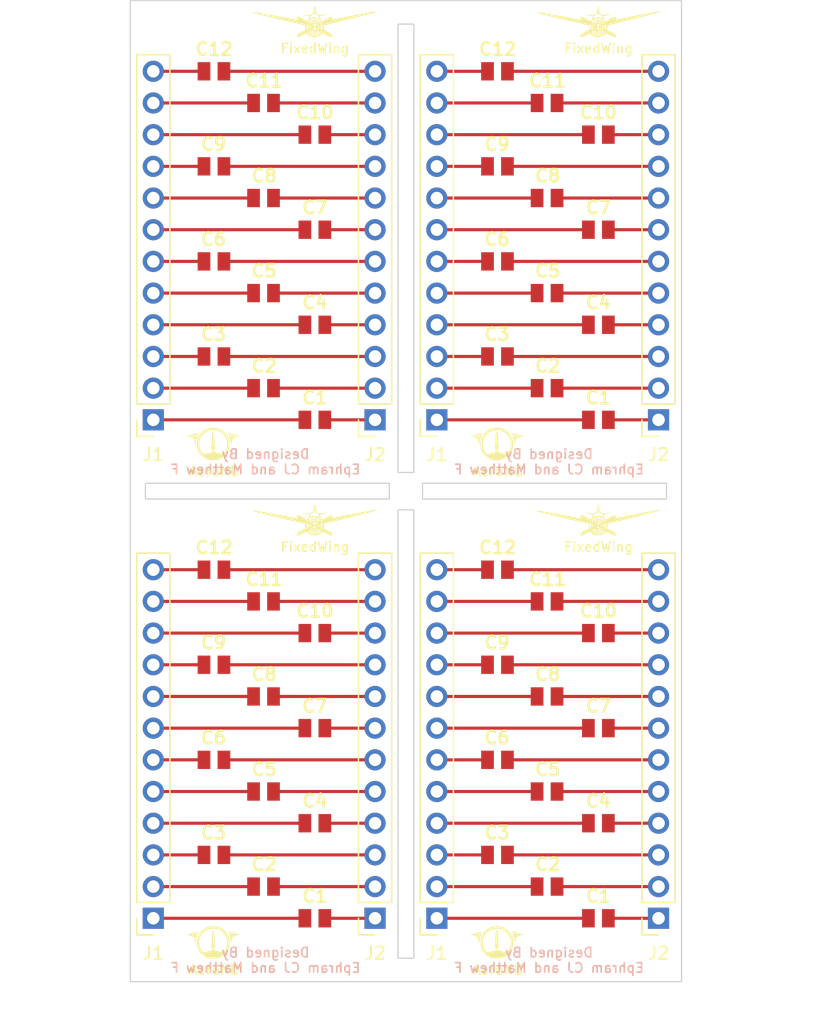
<source format=kicad_pcb>
(kicad_pcb (version 20221018) (generator pcbnew)
  (layers (0 "F.Cu" signal) (31 "B.Cu" signal) (34 "B.Paste" user) (35 "F.Paste" user) (36 "B.SilkS" user "B.Silkscreen") (37 "F.SilkS" user "F.Silkscreen") (38 "B.Mask" user) (39 "F.Mask" user) (44 "Edge.Cuts" user))
  (net 0 "")
  (net 1 "Net-(J1-Pin_1)")
  (net 2 "Net-(J2-Pin_1)")
  (net 3 "Net-(J1-Pin_2)")
  (net 4 "Net-(J2-Pin_2)")
  (net 5 "Net-(J1-Pin_3)")
  (net 6 "Net-(J2-Pin_3)")
  (net 7 "Net-(J1-Pin_4)")
  (net 8 "Net-(J2-Pin_4)")
  (net 9 "Net-(J1-Pin_5)")
  (net 10 "Net-(J2-Pin_5)")
  (net 11 "Net-(J1-Pin_6)")
  (net 12 "Net-(J2-Pin_6)")
  (net 13 "Net-(J1-Pin_7)")
  (net 14 "Net-(J2-Pin_7)")
  (net 15 "Net-(J1-Pin_8)")
  (net 16 "Net-(J2-Pin_8)")
  (net 17 "Net-(J1-Pin_9)")
  (net 18 "Net-(J2-Pin_9)")
  (net 19 "Net-(J1-Pin_10)")
  (net 20 "Net-(J2-Pin_10)")
  (net 21 "Net-(J1-Pin_11)")
  (net 22 "Net-(J2-Pin_11)")
  (net 23 "Net-(J1-Pin_12)")
  (net 24 "Net-(J2-Pin_12)")
  (footprint "FixedWing:CAPC2012X95N" (layer "F.Cu") (at 183.9722 86.36)
    (fp_text reference "C8" (at 0.0508 -1.778) (layer "F.SilkS") (effects (font (size 1.016 1.016) (thickness 0.2032) bold)))
    (fp_text value "10nF" hide)
    (pad "1" smd rect (at -0.8 0) (size 1.02 1.47) (layers "F.Cu" "F.Paste" "F.Mask") (net 15 "Net-(J1-Pin_8)"))
    (pad "2" smd rect (at 0.8 0) (size 1.02 1.47) (layers "F.Cu" "F.Paste" "F.Mask") (net 16 "Net-(J2-Pin_8)"))
  )
  (footprint "FixedWing:CAPC2012X95N" (layer "F.Cu") (at 183.9722 101.6)
    (fp_text reference "C2" (at 0.0508 -1.778) (layer "F.SilkS") (effects (font (size 1.016 1.016) (thickness 0.2032) bold)))
    (fp_text value "10nF" hide)
    (pad "1" smd rect (at -0.8 0) (size 1.02 1.47) (layers "F.Cu" "F.Paste" "F.Mask") (net 3 "Net-(J1-Pin_2)"))
    (pad "2" smd rect (at 0.8 0) (size 1.02 1.47) (layers "F.Cu" "F.Paste" "F.Mask") (net 4 "Net-(J2-Pin_2)"))
  )
  (footprint "FixedWing:CAPC2012X95N" (layer "F.Cu") (at 179.997 91.44)
    (fp_text reference "C6" (at -0.038 -1.778) (layer "F.SilkS") (effects (font (size 1.016 1.016) (thickness 0.2032) bold)))
    (fp_text value "10nF" hide)
    (pad "1" smd rect (at -0.8 0) (size 1.02 1.47) (layers "F.Cu" "F.Paste" "F.Mask") (net 11 "Net-(J1-Pin_6)"))
    (pad "2" smd rect (at 0.8 0) (size 1.02 1.47) (layers "F.Cu" "F.Paste" "F.Mask") (net 12 "Net-(J2-Pin_6)"))
  )
  (footprint "FixedWing:CAPC2012X95N" (layer "F.Cu") (at 179.997 116.1542)
    (fp_text reference "C12" (at 0.0128 -1.778) (layer "F.SilkS") (effects (font (size 1.016 1.016) (thickness 0.2032) bold)))
    (fp_text value "10nF" hide)
    (pad "1" smd rect (at -0.8 0) (size 1.02 1.47) (layers "F.Cu" "F.Paste" "F.Mask") (net 23 "Net-(J1-Pin_12)"))
    (pad "2" smd rect (at 0.8 0) (size 1.02 1.47) (layers "F.Cu" "F.Paste" "F.Mask") (net 24 "Net-(J2-Pin_12)"))
  )
  (footprint "FixedWing:CAPC2012X95N" (layer "F.Cu") (at 161.2392 86.36)
    (fp_text reference "C8" (at 0.0508 -1.778) (layer "F.SilkS") (effects (font (size 1.016 1.016) (thickness 0.2032) bold)))
    (fp_text value "10nF" hide)
    (pad "1" smd rect (at -0.8 0) (size 1.02 1.47) (layers "F.Cu" "F.Paste" "F.Mask") (net 15 "Net-(J1-Pin_8)"))
    (pad "2" smd rect (at 0.8 0) (size 1.02 1.47) (layers "F.Cu" "F.Paste" "F.Mask") (net 16 "Net-(J2-Pin_8)"))
  )
  (footprint "FixedWing:FixedWing - Logo (Smol)" (layer "F.Cu") (at 188.087 72.644)
    (fp_text reference "FixedWing" (at 0.004963 1.722249) (layer "F.SilkS") (effects (font (size 0.75 0.75) (thickness 0.125))))
    (fp_text value "LOGO" hide)
  )
  (footprint "Connector_PinSocket_2.54mm:PinSocket_1x12_P2.54mm_Vertical" (layer "F.Cu") (at 175.133 104.14 180)
    (fp_text reference "J1" (at 0 -2.794) (layer "F.SilkS"))
    (fp_text value "Conn_01x12")
    (pad "1" thru_hole rect (at 0 0 180) (size 1.7 1.7) (drill 1) (layers "*.Cu" "*.Mask") (net 1 "Net-(J1-Pin_1)"))
    (pad "2" thru_hole oval (at 0 2.54 180) (size 1.7 1.7) (drill 1) (layers "*.Cu" "*.Mask") (net 3 "Net-(J1-Pin_2)"))
    (pad "3" thru_hole oval (at 0 5.08 180) (size 1.7 1.7) (drill 1) (layers "*.Cu" "*.Mask") (net 5 "Net-(J1-Pin_3)"))
    (pad "4" thru_hole oval (at 0 7.62 180) (size 1.7 1.7) (drill 1) (layers "*.Cu" "*.Mask") (net 7 "Net-(J1-Pin_4)"))
    (pad "5" thru_hole oval (at 0 10.16 180) (size 1.7 1.7) (drill 1) (layers "*.Cu" "*.Mask") (net 9 "Net-(J1-Pin_5)"))
    (pad "6" thru_hole oval (at 0 12.7 180) (size 1.7 1.7) (drill 1) (layers "*.Cu" "*.Mask") (net 11 "Net-(J1-Pin_6)"))
    (pad "7" thru_hole oval (at 0 15.24 180) (size 1.7 1.7) (drill 1) (layers "*.Cu" "*.Mask") (net 13 "Net-(J1-Pin_7)"))
    (pad "8" thru_hole oval (at 0 17.78 180) (size 1.7 1.7) (drill 1) (layers "*.Cu" "*.Mask") (net 15 "Net-(J1-Pin_8)"))
    (pad "9" thru_hole oval (at 0 20.32 180) (size 1.7 1.7) (drill 1) (layers "*.Cu" "*.Mask") (net 17 "Net-(J1-Pin_9)"))
    (pad "10" thru_hole oval (at 0 22.86 180) (size 1.7 1.7) (drill 1) (layers "*.Cu" "*.Mask") (net 19 "Net-(J1-Pin_10)"))
    (pad "11" thru_hole oval (at 0 25.4 180) (size 1.7 1.7) (drill 1) (layers "*.Cu" "*.Mask") (net 21 "Net-(J1-Pin_11)"))
    (pad "12" thru_hole oval (at 0 27.94 180) (size 1.7 1.7) (drill 1) (layers "*.Cu" "*.Mask") (net 23 "Net-(J1-Pin_12)"))
  )
  (footprint "FixedWing:CAPC2012X95N" (layer "F.Cu") (at 188.087 128.8542)
    (fp_text reference "C7" (at 0 -1.778) (layer "F.SilkS") (effects (font (size 1.016 1.016) (thickness 0.2032) bold)))
    (fp_text value "10nF" hide)
    (pad "1" smd rect (at -0.8 0) (size 1.02 1.47) (layers "F.Cu" "F.Paste" "F.Mask") (net 13 "Net-(J1-Pin_7)"))
    (pad "2" smd rect (at 0.8 0) (size 1.02 1.47) (layers "F.Cu" "F.Paste" "F.Mask") (net 14 "Net-(J2-Pin_7)"))
  )
  (footprint "FixedWing:CAPC2012X95N" (layer "F.Cu") (at 188.087 88.9)
    (fp_text reference "C7" (at 0 -1.778) (layer "F.SilkS") (effects (font (size 1.016 1.016) (thickness 0.2032) bold)))
    (fp_text value "10nF" hide)
    (pad "1" smd rect (at -0.8 0) (size 1.02 1.47) (layers "F.Cu" "F.Paste" "F.Mask") (net 13 "Net-(J1-Pin_7)"))
    (pad "2" smd rect (at 0.8 0) (size 1.02 1.47) (layers "F.Cu" "F.Paste" "F.Mask") (net 14 "Net-(J2-Pin_7)"))
  )
  (footprint "FixedWing:CAPC2012X95N" (layer "F.Cu") (at 188.087 144.0942)
    (fp_text reference "C1" (at 0 -1.778) (layer "F.SilkS") (effects (font (size 1.016 1.016) (thickness 0.2032) bold)))
    (fp_text value "10nF" hide)
    (pad "1" smd rect (at -0.8 0) (size 1.02 1.47) (layers "F.Cu" "F.Paste" "F.Mask") (net 1 "Net-(J1-Pin_1)"))
    (pad "2" smd rect (at 0.8 0) (size 1.02 1.47) (layers "F.Cu" "F.Paste" "F.Mask") (net 2 "Net-(J2-Pin_1)"))
  )
  (footprint "FixedWing:CAPC2012X95N" (layer "F.Cu") (at 161.2392 78.74)
    (fp_text reference "C11" (at 0.0508 -1.778) (layer "F.SilkS") (effects (font (size 1.016 1.016) (thickness 0.2032) bold)))
    (fp_text value "10nF" hide)
    (pad "1" smd rect (at -0.8 0) (size 1.02 1.47) (layers "F.Cu" "F.Paste" "F.Mask") (net 21 "Net-(J1-Pin_11)"))
    (pad "2" smd rect (at 0.8 0) (size 1.02 1.47) (layers "F.Cu" "F.Paste" "F.Mask") (net 22 "Net-(J2-Pin_11)"))
  )
  (footprint "FixedWing:CAPC2012X95N" (layer "F.Cu") (at 179.997 83.82)
    (fp_text reference "C9" (at -0.038 -1.778) (layer "F.SilkS") (effects (font (size 1.016 1.016) (thickness 0.2032) bold)))
    (fp_text value "10nF" hide)
    (pad "1" smd rect (at -0.8 0) (size 1.02 1.47) (layers "F.Cu" "F.Paste" "F.Mask") (net 17 "Net-(J1-Pin_9)"))
    (pad "2" smd rect (at 0.8 0) (size 1.02 1.47) (layers "F.Cu" "F.Paste" "F.Mask") (net 18 "Net-(J2-Pin_9)"))
  )
  (footprint "FixedWing:CAPC2012X95N" (layer "F.Cu") (at 183.9722 141.5542)
    (fp_text reference "C2" (at 0.0508 -1.778) (layer "F.SilkS") (effects (font (size 1.016 1.016) (thickness 0.2032) bold)))
    (fp_text value "10nF" hide)
    (pad "1" smd rect (at -0.8 0) (size 1.02 1.47) (layers "F.Cu" "F.Paste" "F.Mask") (net 3 "Net-(J1-Pin_2)"))
    (pad "2" smd rect (at 0.8 0) (size 1.02 1.47) (layers "F.Cu" "F.Paste" "F.Mask") (net 4 "Net-(J2-Pin_2)"))
  )
  (footprint "FixedWing:CAPC2012X95N" (layer "F.Cu") (at 179.997 99.06)
    (fp_text reference "C3" (at -0.038 -1.778) (layer "F.SilkS") (effects (font (size 1.016 1.016) (thickness 0.2032) bold)))
    (fp_text value "10nF" hide)
    (pad "1" smd rect (at -0.8 0) (size 1.02 1.47) (layers "F.Cu" "F.Paste" "F.Mask") (net 5 "Net-(J1-Pin_3)"))
    (pad "2" smd rect (at 0.8 0) (size 1.02 1.47) (layers "F.Cu" "F.Paste" "F.Mask") (net 6 "Net-(J2-Pin_3)"))
  )
  (footprint "Connector_PinSocket_2.54mm:PinSocket_1x12_P2.54mm_Vertical" (layer "F.Cu") (at 152.4 104.14 180)
    (fp_text reference "J1" (at 0 -2.794) (layer "F.SilkS"))
    (fp_text value "Conn_01x12")
    (pad "1" thru_hole rect (at 0 0 180) (size 1.7 1.7) (drill 1) (layers "*.Cu" "*.Mask") (net 1 "Net-(J1-Pin_1)"))
    (pad "2" thru_hole oval (at 0 2.54 180) (size 1.7 1.7) (drill 1) (layers "*.Cu" "*.Mask") (net 3 "Net-(J1-Pin_2)"))
    (pad "3" thru_hole oval (at 0 5.08 180) (size 1.7 1.7) (drill 1) (layers "*.Cu" "*.Mask") (net 5 "Net-(J1-Pin_3)"))
    (pad "4" thru_hole oval (at 0 7.62 180) (size 1.7 1.7) (drill 1) (layers "*.Cu" "*.Mask") (net 7 "Net-(J1-Pin_4)"))
    (pad "5" thru_hole oval (at 0 10.16 180) (size 1.7 1.7) (drill 1) (layers "*.Cu" "*.Mask") (net 9 "Net-(J1-Pin_5)"))
    (pad "6" thru_hole oval (at 0 12.7 180) (size 1.7 1.7) (drill 1) (layers "*.Cu" "*.Mask") (net 11 "Net-(J1-Pin_6)"))
    (pad "7" thru_hole oval (at 0 15.24 180) (size 1.7 1.7) (drill 1) (layers "*.Cu" "*.Mask") (net 13 "Net-(J1-Pin_7)"))
    (pad "8" thru_hole oval (at 0 17.78 180) (size 1.7 1.7) (drill 1) (layers "*.Cu" "*.Mask") (net 15 "Net-(J1-Pin_8)"))
    (pad "9" thru_hole oval (at 0 20.32 180) (size 1.7 1.7) (drill 1) (layers "*.Cu" "*.Mask") (net 17 "Net-(J1-Pin_9)"))
    (pad "10" thru_hole oval (at 0 22.86 180) (size 1.7 1.7) (drill 1) (layers "*.Cu" "*.Mask") (net 19 "Net-(J1-Pin_10)"))
    (pad "11" thru_hole oval (at 0 25.4 180) (size 1.7 1.7) (drill 1) (layers "*.Cu" "*.Mask") (net 21 "Net-(J1-Pin_11)"))
    (pad "12" thru_hole oval (at 0 27.94 180) (size 1.7 1.7) (drill 1) (layers "*.Cu" "*.Mask") (net 23 "Net-(J1-Pin_12)"))
  )
  (footprint "Connector_PinSocket_2.54mm:PinSocket_1x12_P2.54mm_Vertical" (layer "F.Cu") (at 192.913 144.0942 180)
    (fp_text reference "J2" (at 0 -2.794) (layer "F.SilkS"))
    (fp_text value "Conn_01x12")
    (pad "1" thru_hole rect (at 0 0 180) (size 1.7 1.7) (drill 1) (layers "*.Cu" "*.Mask") (net 2 "Net-(J2-Pin_1)"))
    (pad "2" thru_hole oval (at 0 2.54 180) (size 1.7 1.7) (drill 1) (layers "*.Cu" "*.Mask") (net 4 "Net-(J2-Pin_2)"))
    (pad "3" thru_hole oval (at 0 5.08 180) (size 1.7 1.7) (drill 1) (layers "*.Cu" "*.Mask") (net 6 "Net-(J2-Pin_3)"))
    (pad "4" thru_hole oval (at 0 7.62 180) (size 1.7 1.7) (drill 1) (layers "*.Cu" "*.Mask") (net 8 "Net-(J2-Pin_4)"))
    (pad "5" thru_hole oval (at 0 10.16 180) (size 1.7 1.7) (drill 1) (layers "*.Cu" "*.Mask") (net 10 "Net-(J2-Pin_5)"))
    (pad "6" thru_hole oval (at 0 12.7 180) (size 1.7 1.7) (drill 1) (layers "*.Cu" "*.Mask") (net 12 "Net-(J2-Pin_6)"))
    (pad "7" thru_hole oval (at 0 15.24 180) (size 1.7 1.7) (drill 1) (layers "*.Cu" "*.Mask") (net 14 "Net-(J2-Pin_7)"))
    (pad "8" thru_hole oval (at 0 17.78 180) (size 1.7 1.7) (drill 1) (layers "*.Cu" "*.Mask") (net 16 "Net-(J2-Pin_8)"))
    (pad "9" thru_hole oval (at 0 20.32 180) (size 1.7 1.7) (drill 1) (layers "*.Cu" "*.Mask") (net 18 "Net-(J2-Pin_9)"))
    (pad "10" thru_hole oval (at 0 22.86 180) (size 1.7 1.7) (drill 1) (layers "*.Cu" "*.Mask") (net 20 "Net-(J2-Pin_10)"))
    (pad "11" thru_hole oval (at 0 25.4 180) (size 1.7 1.7) (drill 1) (layers "*.Cu" "*.Mask") (net 22 "Net-(J2-Pin_11)"))
    (pad "12" thru_hole oval (at 0 27.94 180) (size 1.7 1.7) (drill 1) (layers "*.Cu" "*.Mask") (net 24 "Net-(J2-Pin_12)"))
  )
  (footprint "FixedWing:CAPC2012X95N" (layer "F.Cu") (at 165.354 121.2342)
    (fp_text reference "C10" (at 0 -1.778) (layer "F.SilkS") (effects (font (size 1.016 1.016) (thickness 0.2032) bold)))
    (fp_text value "10nF" hide)
    (pad "1" smd rect (at -0.8 0) (size 1.02 1.47) (layers "F.Cu" "F.Paste" "F.Mask") (net 19 "Net-(J1-Pin_10)"))
    (pad "2" smd rect (at 0.8 0) (size 1.02 1.47) (layers "F.Cu" "F.Paste" "F.Mask") (net 20 "Net-(J2-Pin_10)"))
  )
  (footprint "FixedWing:CAPC2012X95N" (layer "F.Cu") (at 157.264 139.0142)
    (fp_text reference "C3" (at -0.038 -1.778) (layer "F.SilkS") (effects (font (size 1.016 1.016) (thickness 0.2032) bold)))
    (fp_text value "10nF" hide)
    (pad "1" smd rect (at -0.8 0) (size 1.02 1.47) (layers "F.Cu" "F.Paste" "F.Mask") (net 5 "Net-(J1-Pin_3)"))
    (pad "2" smd rect (at 0.8 0) (size 1.02 1.47) (layers "F.Cu" "F.Paste" "F.Mask") (net 6 "Net-(J2-Pin_3)"))
  )
  (footprint "FixedWing:CAPC2012X95N" (layer "F.Cu") (at 188.087 121.2342)
    (fp_text reference "C10" (at 0 -1.778) (layer "F.SilkS") (effects (font (size 1.016 1.016) (thickness 0.2032) bold)))
    (fp_text value "10nF" hide)
    (pad "1" smd rect (at -0.8 0) (size 1.02 1.47) (layers "F.Cu" "F.Paste" "F.Mask") (net 19 "Net-(J1-Pin_10)"))
    (pad "2" smd rect (at 0.8 0) (size 1.02 1.47) (layers "F.Cu" "F.Paste" "F.Mask") (net 20 "Net-(J2-Pin_10)"))
  )
  (footprint "FixedWing:CAPC2012X95N" (layer "F.Cu") (at 161.2392 93.98)
    (fp_text reference "C5" (at 0.0508 -1.778) (layer "F.SilkS") (effects (font (size 1.016 1.016) (thickness 0.2032) bold)))
    (fp_text value "10nF" hide)
    (pad "1" smd rect (at -0.8 0) (size 1.02 1.47) (layers "F.Cu" "F.Paste" "F.Mask") (net 9 "Net-(J1-Pin_5)"))
    (pad "2" smd rect (at 0.8 0) (size 1.02 1.47) (layers "F.Cu" "F.Paste" "F.Mask") (net 10 "Net-(J2-Pin_5)"))
  )
  (footprint "FixedWing:CAPC2012X95N" (layer "F.Cu") (at 183.9722 133.9342)
    (fp_text reference "C5" (at 0.0508 -1.778) (layer "F.SilkS") (effects (font (size 1.016 1.016) (thickness 0.2032) bold)))
    (fp_text value "10nF" hide)
    (pad "1" smd rect (at -0.8 0) (size 1.02 1.47) (layers "F.Cu" "F.Paste" "F.Mask") (net 9 "Net-(J1-Pin_5)"))
    (pad "2" smd rect (at 0.8 0) (size 1.02 1.47) (layers "F.Cu" "F.Paste" "F.Mask") (net 10 "Net-(J2-Pin_5)"))
  )
  (footprint "FixedWing:CAPC2012X95N" (layer "F.Cu") (at 161.2392 141.5542)
    (fp_text reference "C2" (at 0.0508 -1.778) (layer "F.SilkS") (effects (font (size 1.016 1.016) (thickness 0.2032) bold)))
    (fp_text value "10nF" hide)
    (pad "1" smd rect (at -0.8 0) (size 1.02 1.47) (layers "F.Cu" "F.Paste" "F.Mask") (net 3 "Net-(J1-Pin_2)"))
    (pad "2" smd rect (at 0.8 0) (size 1.02 1.47) (layers "F.Cu" "F.Paste" "F.Mask") (net 4 "Net-(J2-Pin_2)"))
  )
  (footprint "FixedWing:FixedWing - Logo (Smol)" (layer "F.Cu") (at 165.354 72.644)
    (fp_text reference "FixedWing" (at 0.004963 1.722249) (layer "F.SilkS") (effects (font (size 0.75 0.75) (thickness 0.125))))
    (fp_text value "LOGO" hide)
  )
  (footprint "FixedWing:CAPC2012X95N" (layer "F.Cu") (at 157.264 131.3942)
    (fp_text reference "C6" (at -0.038 -1.778) (layer "F.SilkS") (effects (font (size 1.016 1.016) (thickness 0.2032) bold)))
    (fp_text value "10nF" hide)
    (pad "1" smd rect (at -0.8 0) (size 1.02 1.47) (layers "F.Cu" "F.Paste" "F.Mask") (net 11 "Net-(J1-Pin_6)"))
    (pad "2" smd rect (at 0.8 0) (size 1.02 1.47) (layers "F.Cu" "F.Paste" "F.Mask") (net 12 "Net-(J2-Pin_6)"))
  )
  (footprint "FixedWing:CAPC2012X95N" (layer "F.Cu") (at 179.997 123.7742)
    (fp_text reference "C9" (at -0.038 -1.778) (layer "F.SilkS") (effects (font (size 1.016 1.016) (thickness 0.2032) bold)))
    (fp_text value "10nF" hide)
    (pad "1" smd rect (at -0.8 0) (size 1.02 1.47) (layers "F.Cu" "F.Paste" "F.Mask") (net 17 "Net-(J1-Pin_9)"))
    (pad "2" smd rect (at 0.8 0) (size 1.02 1.47) (layers "F.Cu" "F.Paste" "F.Mask") (net 18 "Net-(J2-Pin_9)"))
  )
  (footprint "FixedWing:CAPC2012X95N" (layer "F.Cu") (at 157.264 83.82)
    (fp_text reference "C9" (at -0.038 -1.778) (layer "F.SilkS") (effects (font (size 1.016 1.016) (thickness 0.2032) bold)))
    (fp_text value "10nF" hide)
    (pad "1" smd rect (at -0.8 0) (size 1.02 1.47) (layers "F.Cu" "F.Paste" "F.Mask") (net 17 "Net-(J1-Pin_9)"))
    (pad "2" smd rect (at 0.8 0) (size 1.02 1.47) (layers "F.Cu" "F.Paste" "F.Mask") (net 18 "Net-(J2-Pin_9)"))
  )
  (footprint "FixedWing:CAPC2012X95N" (layer "F.Cu") (at 165.354 88.9)
    (fp_text reference "C7" (at 0 -1.778) (layer "F.SilkS") (effects (font (size 1.016 1.016) (thickness 0.2032) bold)))
    (fp_text value "10nF" hide)
    (pad "1" smd rect (at -0.8 0) (size 1.02 1.47) (layers "F.Cu" "F.Paste" "F.Mask") (net 13 "Net-(J1-Pin_7)"))
    (pad "2" smd rect (at 0.8 0) (size 1.02 1.47) (layers "F.Cu" "F.Paste" "F.Mask") (net 14 "Net-(J2-Pin_7)"))
  )
  (footprint "FixedWing:CAPC2012X95N" (layer "F.Cu") (at 165.354 128.8542)
    (fp_text reference "C7" (at 0 -1.778) (layer "F.SilkS") (effects (font (size 1.016 1.016) (thickness 0.2032) bold)))
    (fp_text value "10nF" hide)
    (pad "1" smd rect (at -0.8 0) (size 1.02 1.47) (layers "F.Cu" "F.Paste" "F.Mask") (net 13 "Net-(J1-Pin_7)"))
    (pad "2" smd rect (at 0.8 0) (size 1.02 1.47) (layers "F.Cu" "F.Paste" "F.Mask") (net 14 "Net-(J2-Pin_7)"))
  )
  (footprint "FixedWing:CAPC2012X95N" (layer "F.Cu") (at 165.354 96.52)
    (fp_text reference "C4" (at 0 -1.778) (layer "F.SilkS") (effects (font (size 1.016 1.016) (thickness 0.2032) bold)))
    (fp_text value "10nF" hide)
    (pad "1" smd rect (at -0.8 0) (size 1.02 1.47) (layers "F.Cu" "F.Paste" "F.Mask") (net 7 "Net-(J1-Pin_4)"))
    (pad "2" smd rect (at 0.8 0) (size 1.02 1.47) (layers "F.Cu" "F.Paste" "F.Mask") (net 8 "Net-(J2-Pin_4)"))
  )
  (footprint "FixedWing:CAPC2012X95N" (layer "F.Cu") (at 179.997 131.3942)
    (fp_text reference "C6" (at -0.038 -1.778) (layer "F.SilkS") (effects (font (size 1.016 1.016) (thickness 0.2032) bold)))
    (fp_text value "10nF" hide)
    (pad "1" smd rect (at -0.8 0) (size 1.02 1.47) (layers "F.Cu" "F.Paste" "F.Mask") (net 11 "Net-(J1-Pin_6)"))
    (pad "2" smd rect (at 0.8 0) (size 1.02 1.47) (layers "F.Cu" "F.Paste" "F.Mask") (net 12 "Net-(J2-Pin_6)"))
  )
  (footprint "FixedWing:AeroNU - Logo (Smol)" (layer "F.Cu") (at 180.075549 148.798188)
    (fp_text reference "AeroNU" hide)
    (fp_text value "LOGO" hide)
  )
  (footprint "FixedWing:AeroNU - Logo (Smol)" (layer "F.Cu") (at 157.342549 148.798188)
    (fp_text reference "AeroNU" hide)
    (fp_text value "LOGO" hide)
  )
  (footprint "FixedWing:CAPC2012X95N" (layer "F.Cu") (at 161.2392 133.9342)
    (fp_text reference "C5" (at 0.0508 -1.778) (layer "F.SilkS") (effects (font (size 1.016 1.016) (thickness 0.2032) bold)))
    (fp_text value "10nF" hide)
    (pad "1" smd rect (at -0.8 0) (size 1.02 1.47) (layers "F.Cu" "F.Paste" "F.Mask") (net 9 "Net-(J1-Pin_5)"))
    (pad "2" smd rect (at 0.8 0) (size 1.02 1.47) (layers "F.Cu" "F.Paste" "F.Mask") (net 10 "Net-(J2-Pin_5)"))
  )
  (footprint "FixedWing:FixedWing - Logo (Smol)" (layer "F.Cu") (at 188.087 112.5982)
    (fp_text reference "FixedWing" (at 0.004963 1.722249) (layer "F.SilkS") (effects (font (size 0.75 0.75) (thickness 0.125))))
    (fp_text value "LOGO" hide)
  )
  (footprint "FixedWing:CAPC2012X95N" (layer "F.Cu") (at 161.2392 126.3142)
    (fp_text reference "C8" (at 0.0508 -1.778) (layer "F.SilkS") (effects (font (size 1.016 1.016) (thickness 0.2032) bold)))
    (fp_text value "10nF" hide)
    (pad "1" smd rect (at -0.8 0) (size 1.02 1.47) (layers "F.Cu" "F.Paste" "F.Mask") (net 15 "Net-(J1-Pin_8)"))
    (pad "2" smd rect (at 0.8 0) (size 1.02 1.47) (layers "F.Cu" "F.Paste" "F.Mask") (net 16 "Net-(J2-Pin_8)"))
  )
  (footprint "FixedWing:CAPC2012X95N" (layer "F.Cu") (at 188.087 96.52)
    (fp_text reference "C4" (at 0 -1.778) (layer "F.SilkS") (effects (font (size 1.016 1.016) (thickness 0.2032) bold)))
    (fp_text value "10nF" hide)
    (pad "1" smd rect (at -0.8 0) (size 1.02 1.47) (layers "F.Cu" "F.Paste" "F.Mask") (net 7 "Net-(J1-Pin_4)"))
    (pad "2" smd rect (at 0.8 0) (size 1.02 1.47) (layers "F.Cu" "F.Paste" "F.Mask") (net 8 "Net-(J2-Pin_4)"))
  )
  (footprint "FixedWing:CAPC2012X95N" (layer "F.Cu") (at 188.087 81.28)
    (fp_text reference "C10" (at 0 -1.778) (layer "F.SilkS") (effects (font (size 1.016 1.016) (thickness 0.2032) bold)))
    (fp_text value "10nF" hide)
    (pad "1" smd rect (at -0.8 0) (size 1.02 1.47) (layers "F.Cu" "F.Paste" "F.Mask") (net 19 "Net-(J1-Pin_10)"))
    (pad "2" smd rect (at 0.8 0) (size 1.02 1.47) (layers "F.Cu" "F.Paste" "F.Mask") (net 20 "Net-(J2-Pin_10)"))
  )
  (footprint "FixedWing:AeroNU - Logo (Smol)" (layer "F.Cu") (at 180.075549 108.843988)
    (fp_text reference "AeroNU" hide)
    (fp_text value "LOGO" hide)
  )
  (footprint "FixedWing:CAPC2012X95N" (layer "F.Cu") (at 183.9722 126.3142)
    (fp_text reference "C8" (at 0.0508 -1.778) (layer "F.SilkS") (effects (font (size 1.016 1.016) (thickness 0.2032) bold)))
    (fp_text value "10nF" hide)
    (pad "1" smd rect (at -0.8 0) (size 1.02 1.47) (layers "F.Cu" "F.Paste" "F.Mask") (net 15 "Net-(J1-Pin_8)"))
    (pad "2" smd rect (at 0.8 0) (size 1.02 1.47) (layers "F.Cu" "F.Paste" "F.Mask") (net 16 "Net-(J2-Pin_8)"))
  )
  (footprint "Connector_PinSocket_2.54mm:PinSocket_1x12_P2.54mm_Vertical" (layer "F.Cu") (at 175.133 144.0942 180)
    (fp_text reference "J1" (at 0 -2.794) (layer "F.SilkS"))
    (fp_text value "Conn_01x12")
    (pad "1" thru_hole rect (at 0 0 180) (size 1.7 1.7) (drill 1) (layers "*.Cu" "*.Mask") (net 1 "Net-(J1-Pin_1)"))
    (pad "2" thru_hole oval (at 0 2.54 180) (size 1.7 1.7) (drill 1) (layers "*.Cu" "*.Mask") (net 3 "Net-(J1-Pin_2)"))
    (pad "3" thru_hole oval (at 0 5.08 180) (size 1.7 1.7) (drill 1) (layers "*.Cu" "*.Mask") (net 5 "Net-(J1-Pin_3)"))
    (pad "4" thru_hole oval (at 0 7.62 180) (size 1.7 1.7) (drill 1) (layers "*.Cu" "*.Mask") (net 7 "Net-(J1-Pin_4)"))
    (pad "5" thru_hole oval (at 0 10.16 180) (size 1.7 1.7) (drill 1) (layers "*.Cu" "*.Mask") (net 9 "Net-(J1-Pin_5)"))
    (pad "6" thru_hole oval (at 0 12.7 180) (size 1.7 1.7) (drill 1) (layers "*.Cu" "*.Mask") (net 11 "Net-(J1-Pin_6)"))
    (pad "7" thru_hole oval (at 0 15.24 180) (size 1.7 1.7) (drill 1) (layers "*.Cu" "*.Mask") (net 13 "Net-(J1-Pin_7)"))
    (pad "8" thru_hole oval (at 0 17.78 180) (size 1.7 1.7) (drill 1) (layers "*.Cu" "*.Mask") (net 15 "Net-(J1-Pin_8)"))
    (pad "9" thru_hole oval (at 0 20.32 180) (size 1.7 1.7) (drill 1) (layers "*.Cu" "*.Mask") (net 17 "Net-(J1-Pin_9)"))
    (pad "10" thru_hole oval (at 0 22.86 180) (size 1.7 1.7) (drill 1) (layers "*.Cu" "*.Mask") (net 19 "Net-(J1-Pin_10)"))
    (pad "11" thru_hole oval (at 0 25.4 180) (size 1.7 1.7) (drill 1) (layers "*.Cu" "*.Mask") (net 21 "Net-(J1-Pin_11)"))
    (pad "12" thru_hole oval (at 0 27.94 180) (size 1.7 1.7) (drill 1) (layers "*.Cu" "*.Mask") (net 23 "Net-(J1-Pin_12)"))
  )
  (footprint "FixedWing:CAPC2012X95N" (layer "F.Cu") (at 183.9722 78.74)
    (fp_text reference "C11" (at 0.0508 -1.778) (layer "F.SilkS") (effects (font (size 1.016 1.016) (thickness 0.2032) bold)))
    (fp_text value "10nF" hide)
    (pad "1" smd rect (at -0.8 0) (size 1.02 1.47) (layers "F.Cu" "F.Paste" "F.Mask") (net 21 "Net-(J1-Pin_11)"))
    (pad "2" smd rect (at 0.8 0) (size 1.02 1.47) (layers "F.Cu" "F.Paste" "F.Mask") (net 22 "Net-(J2-Pin_11)"))
  )
  (footprint "FixedWing:CAPC2012X95N" (layer "F.Cu") (at 179.997 139.0142)
    (fp_text reference "C3" (at -0.038 -1.778) (layer "F.SilkS") (effects (font (size 1.016 1.016) (thickness 0.2032) bold)))
    (fp_text value "10nF" hide)
    (pad "1" smd rect (at -0.8 0) (size 1.02 1.47) (layers "F.Cu" "F.Paste" "F.Mask") (net 5 "Net-(J1-Pin_3)"))
    (pad "2" smd rect (at 0.8 0) (size 1.02 1.47) (layers "F.Cu" "F.Paste" "F.Mask") (net 6 "Net-(J2-Pin_3)"))
  )
  (footprint "FixedWing:CAPC2012X95N" (layer "F.Cu") (at 157.264 76.2)
    (fp_text reference "C12" (at 0.0128 -1.778) (layer "F.SilkS") (effects (font (size 1.016 1.016) (thickness 0.2032) bold)))
    (fp_text value "10nF" hide)
    (pad "1" smd rect (at -0.8 0) (size 1.02 1.47) (layers "F.Cu" "F.Paste" "F.Mask") (net 23 "Net-(J1-Pin_12)"))
    (pad "2" smd rect (at 0.8 0) (size 1.02 1.47) (layers "F.Cu" "F.Paste" "F.Mask") (net 24 "Net-(J2-Pin_12)"))
  )
  (footprint "FixedWing:CAPC2012X95N" (layer "F.Cu") (at 165.354 81.28)
    (fp_text reference "C10" (at 0 -1.778) (layer "F.SilkS") (effects (font (size 1.016 1.016) (thickness 0.2032) bold)))
    (fp_text value "10nF" hide)
    (pad "1" smd rect (at -0.8 0) (size 1.02 1.47) (layers "F.Cu" "F.Paste" "F.Mask") (net 19 "Net-(J1-Pin_10)"))
    (pad "2" smd rect (at 0.8 0) (size 1.02 1.47) (layers "F.Cu" "F.Paste" "F.Mask") (net 20 "Net-(J2-Pin_10)"))
  )
  (footprint "Connector_PinSocket_2.54mm:PinSocket_1x12_P2.54mm_Vertical" (layer "F.Cu") (at 170.18 104.14 180)
    (fp_text reference "J2" (at 0 -2.794) (layer "F.SilkS"))
    (fp_text value "Conn_01x12")
    (pad "1" thru_hole rect (at 0 0 180) (size 1.7 1.7) (drill 1) (layers "*.Cu" "*.Mask") (net 2 "Net-(J2-Pin_1)"))
    (pad "2" thru_hole oval (at 0 2.54 180) (size 1.7 1.7) (drill 1) (layers "*.Cu" "*.Mask") (net 4 "Net-(J2-Pin_2)"))
    (pad "3" thru_hole oval (at 0 5.08 180) (size 1.7 1.7) (drill 1) (layers "*.Cu" "*.Mask") (net 6 "Net-(J2-Pin_3)"))
    (pad "4" thru_hole oval (at 0 7.62 180) (size 1.7 1.7) (drill 1) (layers "*.Cu" "*.Mask") (net 8 "Net-(J2-Pin_4)"))
    (pad "5" thru_hole oval (at 0 10.16 180) (size 1.7 1.7) (drill 1) (layers "*.Cu" "*.Mask") (net 10 "Net-(J2-Pin_5)"))
    (pad "6" thru_hole oval (at 0 12.7 180) (size 1.7 1.7) (drill 1) (layers "*.Cu" "*.Mask") (net 12 "Net-(J2-Pin_6)"))
    (pad "7" thru_hole oval (at 0 15.24 180) (size 1.7 1.7) (drill 1) (layers "*.Cu" "*.Mask") (net 14 "Net-(J2-Pin_7)"))
    (pad "8" thru_hole oval (at 0 17.78 180) (size 1.7 1.7) (drill 1) (layers "*.Cu" "*.Mask") (net 16 "Net-(J2-Pin_8)"))
    (pad "9" thru_hole oval (at 0 20.32 180) (size 1.7 1.7) (drill 1) (layers "*.Cu" "*.Mask") (net 18 "Net-(J2-Pin_9)"))
    (pad "10" thru_hole oval (at 0 22.86 180) (size 1.7 1.7) (drill 1) (layers "*.Cu" "*.Mask") (net 20 "Net-(J2-Pin_10)"))
    (pad "11" thru_hole oval (at 0 25.4 180) (size 1.7 1.7) (drill 1) (layers "*.Cu" "*.Mask") (net 22 "Net-(J2-Pin_11)"))
    (pad "12" thru_hole oval (at 0 27.94 180) (size 1.7 1.7) (drill 1) (layers "*.Cu" "*.Mask") (net 24 "Net-(J2-Pin_12)"))
  )
  (footprint "Connector_PinSocket_2.54mm:PinSocket_1x12_P2.54mm_Vertical" (layer "F.Cu") (at 170.18 144.0942 180)
    (fp_text reference "J2" (at 0 -2.794) (layer "F.SilkS"))
    (fp_text value "Conn_01x12")
    (pad "1" thru_hole rect (at 0 0 180) (size 1.7 1.7) (drill 1) (layers "*.Cu" "*.Mask") (net 2 "Net-(J2-Pin_1)"))
    (pad "2" thru_hole oval (at 0 2.54 180) (size 1.7 1.7) (drill 1) (layers "*.Cu" "*.Mask") (net 4 "Net-(J2-Pin_2)"))
    (pad "3" thru_hole oval (at 0 5.08 180) (size 1.7 1.7) (drill 1) (layers "*.Cu" "*.Mask") (net 6 "Net-(J2-Pin_3)"))
    (pad "4" thru_hole oval (at 0 7.62 180) (size 1.7 1.7) (drill 1) (layers "*.Cu" "*.Mask") (net 8 "Net-(J2-Pin_4)"))
    (pad "5" thru_hole oval (at 0 10.16 180) (size 1.7 1.7) (drill 1) (layers "*.Cu" "*.Mask") (net 10 "Net-(J2-Pin_5)"))
    (pad "6" thru_hole oval (at 0 12.7 180) (size 1.7 1.7) (drill 1) (layers "*.Cu" "*.Mask") (net 12 "Net-(J2-Pin_6)"))
    (pad "7" thru_hole oval (at 0 15.24 180) (size 1.7 1.7) (drill 1) (layers "*.Cu" "*.Mask") (net 14 "Net-(J2-Pin_7)"))
    (pad "8" thru_hole oval (at 0 17.78 180) (size 1.7 1.7) (drill 1) (layers "*.Cu" "*.Mask") (net 16 "Net-(J2-Pin_8)"))
    (pad "9" thru_hole oval (at 0 20.32 180) (size 1.7 1.7) (drill 1) (layers "*.Cu" "*.Mask") (net 18 "Net-(J2-Pin_9)"))
    (pad "10" thru_hole oval (at 0 22.86 180) (size 1.7 1.7) (drill 1) (layers "*.Cu" "*.Mask") (net 20 "Net-(J2-Pin_10)"))
    (pad "11" thru_hole oval (at 0 25.4 180) (size 1.7 1.7) (drill 1) (layers "*.Cu" "*.Mask") (net 22 "Net-(J2-Pin_11)"))
    (pad "12" thru_hole oval (at 0 27.94 180) (size 1.7 1.7) (drill 1) (layers "*.Cu" "*.Mask") (net 24 "Net-(J2-Pin_12)"))
  )
  (footprint "Connector_PinSocket_2.54mm:PinSocket_1x12_P2.54mm_Vertical" (layer "F.Cu") (at 152.4 144.0942 180)
    (fp_text reference "J1" (at 0 -2.794) (layer "F.SilkS"))
    (fp_text value "Conn_01x12")
    (pad "1" thru_hole rect (at 0 0 180) (size 1.7 1.7) (drill 1) (layers "*.Cu" "*.Mask") (net 1 "Net-(J1-Pin_1)"))
    (pad "2" thru_hole oval (at 0 2.54 180) (size 1.7 1.7) (drill 1) (layers "*.Cu" "*.Mask") (net 3 "Net-(J1-Pin_2)"))
    (pad "3" thru_hole oval (at 0 5.08 180) (size 1.7 1.7) (drill 1) (layers "*.Cu" "*.Mask") (net 5 "Net-(J1-Pin_3)"))
    (pad "4" thru_hole oval (at 0 7.62 180) (size 1.7 1.7) (drill 1) (layers "*.Cu" "*.Mask") (net 7 "Net-(J1-Pin_4)"))
    (pad "5" thru_hole oval (at 0 10.16 180) (size 1.7 1.7) (drill 1) (layers "*.Cu" "*.Mask") (net 9 "Net-(J1-Pin_5)"))
    (pad "6" thru_hole oval (at 0 12.7 180) (size 1.7 1.7) (drill 1) (layers "*.Cu" "*.Mask") (net 11 "Net-(J1-Pin_6)"))
    (pad "7" thru_hole oval (at 0 15.24 180) (size 1.7 1.7) (drill 1) (layers "*.Cu" "*.Mask") (net 13 "Net-(J1-Pin_7)"))
    (pad "8" thru_hole oval (at 0 17.78 180) (size 1.7 1.7) (drill 1) (layers "*.Cu" "*.Mask") (net 15 "Net-(J1-Pin_8)"))
    (pad "9" thru_hole oval (at 0 20.32 180) (size 1.7 1.7) (drill 1) (layers "*.Cu" "*.Mask") (net 17 "Net-(J1-Pin_9)"))
    (pad "10" thru_hole oval (at 0 22.86 180) (size 1.7 1.7) (drill 1) (layers "*.Cu" "*.Mask") (net 19 "Net-(J1-Pin_10)"))
    (pad "11" thru_hole oval (at 0 25.4 180) (size 1.7 1.7) (drill 1) (layers "*.Cu" "*.Mask") (net 21 "Net-(J1-Pin_11)"))
    (pad "12" thru_hole oval (at 0 27.94 180) (size 1.7 1.7) (drill 1) (layers "*.Cu" "*.Mask") (net 23 "Net-(J1-Pin_12)"))
  )
  (footprint "FixedWing:CAPC2012X95N" (layer "F.Cu") (at 157.264 99.06)
    (fp_text reference "C3" (at -0.038 -1.778) (layer "F.SilkS") (effects (font (size 1.016 1.016) (thickness 0.2032) bold)))
    (fp_text value "10nF" hide)
    (pad "1" smd rect (at -0.8 0) (size 1.02 1.47) (layers "F.Cu" "F.Paste" "F.Mask") (net 5 "Net-(J1-Pin_3)"))
    (pad "2" smd rect (at 0.8 0) (size 1.02 1.47) (layers "F.Cu" "F.Paste" "F.Mask") (net 6 "Net-(J2-Pin_3)"))
  )
  (footprint "FixedWing:CAPC2012X95N" (layer "F.Cu") (at 161.2392 118.6942)
    (fp_text reference "C11" (at 0.0508 -1.778) (layer "F.SilkS") (effects (font (size 1.016 1.016) (thickness 0.2032) bold)))
    (fp_text value "10nF" hide)
    (pad "1" smd rect (at -0.8 0) (size 1.02 1.47) (layers "F.Cu" "F.Paste" "F.Mask") (net 21 "Net-(J1-Pin_11)"))
    (pad "2" smd rect (at 0.8 0) (size 1.02 1.47) (layers "F.Cu" "F.Paste" "F.Mask") (net 22 "Net-(J2-Pin_11)"))
  )
  (footprint "FixedWing:CAPC2012X95N" (layer "F.Cu") (at 165.354 136.4742)
    (fp_text reference "C4" (at 0 -1.778) (layer "F.SilkS") (effects (font (size 1.016 1.016) (thickness 0.2032) bold)))
    (fp_text value "10nF" hide)
    (pad "1" smd rect (at -0.8 0) (size 1.02 1.47) (layers "F.Cu" "F.Paste" "F.Mask") (net 7 "Net-(J1-Pin_4)"))
    (pad "2" smd rect (at 0.8 0) (size 1.02 1.47) (layers "F.Cu" "F.Paste" "F.Mask") (net 8 "Net-(J2-Pin_4)"))
  )
  (footprint "FixedWing:CAPC2012X95N" (layer "F.Cu") (at 165.354 144.0942)
    (fp_text reference "C1" (at 0 -1.778) (layer "F.SilkS") (effects (font (size 1.016 1.016) (thickness 0.2032) bold)))
    (fp_text value "10nF" hide)
    (pad "1" smd rect (at -0.8 0) (size 1.02 1.47) (layers "F.Cu" "F.Paste" "F.Mask") (net 1 "Net-(J1-Pin_1)"))
    (pad "2" smd rect (at 0.8 0) (size 1.02 1.47) (layers "F.Cu" "F.Paste" "F.Mask") (net 2 "Net-(J2-Pin_1)"))
  )
  (footprint "FixedWing:CAPC2012X95N" (layer "F.Cu") (at 188.087 136.4742)
    (fp_text reference "C4" (at 0 -1.778) (layer "F.SilkS") (effects (font (size 1.016 1.016) (thickness 0.2032) bold)))
    (fp_text value "10nF" hide)
    (pad "1" smd rect (at -0.8 0) (size 1.02 1.47) (layers "F.Cu" "F.Paste" "F.Mask") (net 7 "Net-(J1-Pin_4)"))
    (pad "2" smd rect (at 0.8 0) (size 1.02 1.47) (layers "F.Cu" "F.Paste" "F.Mask") (net 8 "Net-(J2-Pin_4)"))
  )
  (footprint "FixedWing:CAPC2012X95N" (layer "F.Cu") (at 161.2392 101.6)
    (fp_text reference "C2" (at 0.0508 -1.778) (layer "F.SilkS") (effects (font (size 1.016 1.016) (thickness 0.2032) bold)))
    (fp_text value "10nF" hide)
    (pad "1" smd rect (at -0.8 0) (size 1.02 1.47) (layers "F.Cu" "F.Paste" "F.Mask") (net 3 "Net-(J1-Pin_2)"))
    (pad "2" smd rect (at 0.8 0) (size 1.02 1.47) (layers "F.Cu" "F.Paste" "F.Mask") (net 4 "Net-(J2-Pin_2)"))
  )
  (footprint "FixedWing:CAPC2012X95N" (layer "F.Cu") (at 179.997 76.2)
    (fp_text reference "C12" (at 0.0128 -1.778) (layer "F.SilkS") (effects (font (size 1.016 1.016) (thickness 0.2032) bold)))
    (fp_text value "10nF" hide)
    (pad "1" smd rect (at -0.8 0) (size 1.02 1.47) (layers "F.Cu" "F.Paste" "F.Mask") (net 23 "Net-(J1-Pin_12)"))
    (pad "2" smd rect (at 0.8 0) (size 1.02 1.47) (layers "F.Cu" "F.Paste" "F.Mask") (net 24 "Net-(J2-Pin_12)"))
  )
  (footprint "FixedWing:CAPC2012X95N" (layer "F.Cu") (at 183.9722 93.98)
    (fp_text reference "C5" (at 0.0508 -1.778) (layer "F.SilkS") (effects (font (size 1.016 1.016) (thickness 0.2032) bold)))
    (fp_text value "10nF" hide)
    (pad "1" smd rect (at -0.8 0) (size 1.02 1.47) (layers "F.Cu" "F.Paste" "F.Mask") (net 9 "Net-(J1-Pin_5)"))
    (pad "2" smd rect (at 0.8 0) (size 1.02 1.47) (layers "F.Cu" "F.Paste" "F.Mask") (net 10 "Net-(J2-Pin_5)"))
  )
  (footprint "FixedWing:CAPC2012X95N" (layer "F.Cu") (at 157.264 116.1542)
    (fp_text reference "C12" (at 0.0128 -1.778) (layer "F.SilkS") (effects (font (size 1.016 1.016) (thickness 0.2032) bold)))
    (fp_text value "10nF" hide)
    (pad "1" smd rect (at -0.8 0) (size 1.02 1.47) (layers "F.Cu" "F.Paste" "F.Mask") (net 23 "Net-(J1-Pin_12)"))
    (pad "2" smd rect (at 0.8 0) (size 1.02 1.47) (layers "F.Cu" "F.Paste" "F.Mask") (net 24 "Net-(J2-Pin_12)"))
  )
  (footprint "FixedWing:CAPC2012X95N" (layer "F.Cu") (at 183.9722 118.6942)
    (fp_text reference "C11" (at 0.0508 -1.778) (layer "F.SilkS") (effects (font (size 1.016 1.016) (thickness 0.2032) bold)))
    (fp_text value "10nF" hide)
    (pad "1" smd rect (at -0.8 0) (size 1.02 1.47) (layers "F.Cu" "F.Paste" "F.Mask") (net 21 "Net-(J1-Pin_11)"))
    (pad "2" smd rect (at 0.8 0) (size 1.02 1.47) (layers "F.Cu" "F.Paste" "F.Mask") (net 22 "Net-(J2-Pin_11)"))
  )
  (footprint "FixedWing:CAPC2012X95N" (layer "F.Cu") (at 157.264 123.7742)
    (fp_text reference "C9" (at -0.038 -1.778) (layer "F.SilkS") (effects (font (size 1.016 1.016) (thickness 0.2032) bold)))
    (fp_text value "10nF" hide)
    (pad "1" smd rect (at -0.8 0) (size 1.02 1.47) (layers "F.Cu" "F.Paste" "F.Mask") (net 17 "Net-(J1-Pin_9)"))
    (pad "2" smd rect (at 0.8 0) (size 1.02 1.47) (layers "F.Cu" "F.Paste" "F.Mask") (net 18 "Net-(J2-Pin_9)"))
  )
  (footprint "FixedWing:FixedWing - Logo (Smol)" (layer "F.Cu") (at 165.354 112.5982)
    (fp_text reference "FixedWing" (at 0.004963 1.722249) (layer "F.SilkS") (effects (font (size 0.75 0.75) (thickness 0.125))))
    (fp_text value "LOGO" hide)
  )
  (footprint "FixedWing:CAPC2012X95N" (layer "F.Cu") (at 157.264 91.44)
    (fp_text reference "C6" (at -0.038 -1.778) (layer "F.SilkS") (effects (font (size 1.016 1.016) (thickness 0.2032) bold)))
    (fp_text value "10nF" hide)
    (pad "1" smd rect (at -0.8 0) (size 1.02 1.47) (layers "F.Cu" "F.Paste" "F.Mask") (net 11 "Net-(J1-Pin_6)"))
    (pad "2" smd rect (at 0.8 0) (size 1.02 1.47) (layers "F.Cu" "F.Paste" "F.Mask") (net 12 "Net-(J2-Pin_6)"))
  )
  (footprint "FixedWing:AeroNU - Logo (Smol)" (layer "F.Cu") (at 157.342549 108.843988)
    (fp_text reference "AeroNU" hide)
    (fp_text value "LOGO" hide)
  )
  (footprint "FixedWing:CAPC2012X95N" (layer "F.Cu") (at 188.087 104.14)
    (fp_text reference "C1" (at 0 -1.778) (layer "F.SilkS") (effects (font (size 1.016 1.016) (thickness 0.2032) bold)))
    (fp_text value "10nF" hide)
    (pad "1" smd rect (at -0.8 0) (size 1.02 1.47) (layers "F.Cu" "F.Paste" "F.Mask") (net 1 "Net-(J1-Pin_1)"))
    (pad "2" smd rect (at 0.8 0) (size 1.02 1.47) (layers "F.Cu" "F.Paste" "F.Mask") (net 2 "Net-(J2-Pin_1)"))
  )
  (footprint "FixedWing:CAPC2012X95N" (layer "F.Cu") (at 165.354 104.14)
    (fp_text reference "C1" (at 0 -1.778) (layer "F.SilkS") (effects (font (size 1.016 1.016) (thickness 0.2032) bold)))
    (fp_text value "10nF" hide)
    (pad "1" smd rect (at -0.8 0) (size 1.02 1.47) (layers "F.Cu" "F.Paste" "F.Mask") (net 1 "Net-(J1-Pin_1)"))
    (pad "2" smd rect (at 0.8 0) (size 1.02 1.47) (layers "F.Cu" "F.Paste" "F.Mask") (net 2 "Net-(J2-Pin_1)"))
  )
  (footprint "Connector_PinSocket_2.54mm:PinSocket_1x12_P2.54mm_Vertical" (layer "F.Cu") (at 192.913 104.14 180)
    (fp_text reference "J2" (at 0 -2.794) (layer "F.SilkS"))
    (fp_text value "Conn_01x12")
    (pad "1" thru_hole rect (at 0 0 180) (size 1.7 1.7) (drill 1) (layers "*.Cu" "*.Mask") (net 2 "Net-(J2-Pin_1)"))
    (pad "2" thru_hole oval (at 0 2.54 180) (size 1.7 1.7) (drill 1) (layers "*.Cu" "*.Mask") (net 4 "Net-(J2-Pin_2)"))
    (pad "3" thru_hole oval (at 0 5.08 180) (size 1.7 1.7) (drill 1) (layers "*.Cu" "*.Mask") (net 6 "Net-(J2-Pin_3)"))
    (pad "4" thru_hole oval (at 0 7.62 180) (size 1.7 1.7) (drill 1) (layers "*.Cu" "*.Mask") (net 8 "Net-(J2-Pin_4)"))
    (pad "5" thru_hole oval (at 0 10.16 180) (size 1.7 1.7) (drill 1) (layers "*.Cu" "*.Mask") (net 10 "Net-(J2-Pin_5)"))
    (pad "6" thru_hole oval (at 0 12.7 180) (size 1.7 1.7) (drill 1) (layers "*.Cu" "*.Mask") (net 12 "Net-(J2-Pin_6)"))
    (pad "7" thru_hole oval (at 0 15.24 180) (size 1.7 1.7) (drill 1) (layers "*.Cu" "*.Mask") (net 14 "Net-(J2-Pin_7)"))
    (pad "8" thru_hole oval (at 0 17.78 180) (size 1.7 1.7) (drill 1) (layers "*.Cu" "*.Mask") (net 16 "Net-(J2-Pin_8)"))
    (pad "9" thru_hole oval (at 0 20.32 180) (size 1.7 1.7) (drill 1) (layers "*.Cu" "*.Mask") (net 18 "Net-(J2-Pin_9)"))
    (pad "10" thru_hole oval (at 0 22.86 180) (size 1.7 1.7) (drill 1) (layers "*.Cu" "*.Mask") (net 20 "Net-(J2-Pin_10)"))
    (pad "11" thru_hole oval (at 0 25.4 180) (size 1.7 1.7) (drill 1) (layers "*.Cu" "*.Mask") (net 22 "Net-(J2-Pin_11)"))
    (pad "12" thru_hole oval (at 0 27.94 180) (size 1.7 1.7) (drill 1) (layers "*.Cu" "*.Mask") (net 24 "Net-(J2-Pin_12)"))
  )
  (gr_rect (start 172.0215 111.3536) (end 173.2915 147.2946) (stroke (width 0.1)) (fill none) (layer "Edge.Cuts"))
  (gr_rect (start 151.765 109.22) (end 171.323 110.49) (stroke (width 0.1)) (fill none) (layer "Edge.Cuts"))
  (gr_rect (start 173.99 109.22) (end 193.548 110.49) (stroke (width 0.1)) (fill none) (layer "Edge.Cuts"))
  (gr_rect (start 150.5585 70.5358) (end 194.7545 149.1742) (stroke (width 0.1)) (fill none) (layer "Edge.Cuts"))
  (gr_rect (start 172.0215 72.4154) (end 173.2915 108.3564) (stroke (width 0.1)) (fill none) (layer "Edge.Cuts"))
  (gr_text "Designed By\nEphram CJ and Matthew F" (at 184.1246 148.5138) (layer "B.SilkS") (effects (font (size 0.762 0.762) (thickness 0.127) bold) (justify bottom mirror)))
  (gr_text "Designed By\nEphram CJ and Matthew F" (at 161.3916 148.5138) (layer "B.SilkS") (effects (font (size 0.762 0.762) (thickness 0.127) bold) (justify bottom mirror)))
  (gr_text "Designed By\nEphram CJ and Matthew F" (at 184.1246 108.5596) (layer "B.SilkS") (effects (font (size 0.762 0.762) (thickness 0.127) bold) (justify bottom mirror)))
  (gr_text "Designed By\nEphram CJ and Matthew F" (at 161.3916 108.5596) (layer "B.SilkS") (effects (font (size 0.762 0.762) (thickness 0.127) bold) (justify bottom mirror)))
  (gr_text "AeroNU" (at 155.194 148.6662) (layer "F.SilkS") (effects (font (size 0.762 0.762) (thickness 0.127) bold) (justify left bottom)))
  (gr_text "AeroNU" (at 177.927 148.6662) (layer "F.SilkS") (effects (font (size 0.762 0.762) (thickness 0.127) bold) (justify left bottom)))
  (gr_text "AeroNU" (at 177.927 108.712) (layer "F.SilkS") (effects (font (size 0.762 0.762) (thickness 0.127) bold) (justify left bottom)))
  (gr_text "AeroNU" (at 155.194 108.712) (layer "F.SilkS") (effects (font (size 0.762 0.762) (thickness 0.127) bold) (justify left bottom)))
  (segment (start 152.4 104.14) (end 164.554 104.14) (width 0.25) (layer "F.Cu") (net 1))
  (segment (start 175.133 104.14) (end 187.287 104.14) (width 0.25) (layer "F.Cu") (net 1))
  (segment (start 152.4 144.0942) (end 164.554 144.0942) (width 0.25) (layer "F.Cu") (net 1))
  (segment (start 175.133 144.0942) (end 187.287 144.0942) (width 0.25) (layer "F.Cu") (net 1))
  (segment (start 166.154 104.14) (end 170.18 104.14) (width 0.25) (layer "F.Cu") (net 2))
  (segment (start 188.887 144.0942) (end 192.913 144.0942) (width 0.25) (layer "F.Cu") (net 2))
  (segment (start 166.154 144.0942) (end 170.18 144.0942) (width 0.25) (layer "F.Cu") (net 2))
  (segment (start 188.887 104.14) (end 192.913 104.14) (width 0.25) (layer "F.Cu") (net 2))
  (segment (start 183.1722 101.6) (end 175.133 101.6) (width 0.25) (layer "F.Cu") (net 3))
  (segment (start 160.4392 101.6) (end 152.4 101.6) (width 0.25) (layer "F.Cu") (net 3))
  (segment (start 160.4392 141.5542) (end 152.4 141.5542) (width 0.25) (layer "F.Cu") (net 3))
  (segment (start 183.1722 141.5542) (end 175.133 141.5542) (width 0.25) (layer "F.Cu") (net 3))
  (segment (start 170.18 141.5542) (end 162.0392 141.5542) (width 0.25) (layer "F.Cu") (net 4))
  (segment (start 192.913 141.5542) (end 184.7722 141.5542) (width 0.25) (layer "F.Cu") (net 4))
  (segment (start 192.913 101.6) (end 184.7722 101.6) (width 0.25) (layer "F.Cu") (net 4))
  (segment (start 170.18 101.6) (end 162.0392 101.6) (width 0.25) (layer "F.Cu") (net 4))
  (segment (start 175.133 99.06) (end 179.197 99.06) (width 0.25) (layer "F.Cu") (net 5))
  (segment (start 152.4 139.0142) (end 156.464 139.0142) (width 0.25) (layer "F.Cu") (net 5))
  (segment (start 152.4 99.06) (end 156.464 99.06) (width 0.25) (layer "F.Cu") (net 5))
  (segment (start 175.133 139.0142) (end 179.197 139.0142) (width 0.25) (layer "F.Cu") (net 5))
  (segment (start 158.064 99.06) (end 170.18 99.06) (width 0.25) (layer "F.Cu") (net 6))
  (segment (start 180.797 139.0142) (end 192.913 139.0142) (width 0.25) (layer "F.Cu") (net 6))
  (segment (start 158.064 139.0142) (end 170.18 139.0142) (width 0.25) (layer "F.Cu") (net 6))
  (segment (start 180.797 99.06) (end 192.913 99.06) (width 0.25) (layer "F.Cu") (net 6))
  (segment (start 152.4 96.52) (end 164.554 96.52) (width 0.25) (layer "F.Cu") (net 7))
  (segment (start 152.4 136.4742) (end 164.554 136.4742) (width 0.25) (layer "F.Cu") (net 7))
  (segment (start 175.133 96.52) (end 187.287 96.52) (width 0.25) (layer "F.Cu") (net 7))
  (segment (start 175.133 136.4742) (end 187.287 136.4742) (width 0.25) (layer "F.Cu") (net 7))
  (segment (start 192.913 136.4742) (end 188.887 136.4742) (width 0.25) (layer "F.Cu") (net 8))
  (segment (start 192.913 96.52) (end 188.887 96.52) (width 0.25) (layer "F.Cu") (net 8))
  (segment (start 170.18 136.4742) (end 166.154 136.4742) (width 0.25) (layer "F.Cu") (net 8))
  (segment (start 170.18 96.52) (end 166.154 96.52) (width 0.25) (layer "F.Cu") (net 8))
  (segment (start 160.4392 93.98) (end 152.4 93.98) (width 0.25) (layer "F.Cu") (net 9))
  (segment (start 183.1722 93.98) (end 175.133 93.98) (width 0.25) (layer "F.Cu") (net 9))
  (segment (start 160.4392 133.9342) (end 152.4 133.9342) (width 0.25) (layer "F.Cu") (net 9))
  (segment (start 183.1722 133.9342) (end 175.133 133.9342) (width 0.25) (layer "F.Cu") (net 9))
  (segment (start 192.913 93.98) (end 184.7722 93.98) (width 0.25) (layer "F.Cu") (net 10))
  (segment (start 192.913 133.9342) (end 184.7722 133.9342) (width 0.25) (layer "F.Cu") (net 10))
  (segment (start 170.18 133.9342) (end 162.0392 133.9342) (width 0.25) (layer "F.Cu") (net 10))
  (segment (start 170.18 93.98) (end 162.0392 93.98) (width 0.25) (layer "F.Cu") (net 10))
  (segment (start 175.133 131.3942) (end 179.197 131.3942) (width 0.25) (layer "F.Cu") (net 11))
  (segment (start 152.4 131.3942) (end 156.464 131.3942) (width 0.25) (layer "F.Cu") (net 11))
  (segment (start 152.4 91.44) (end 156.464 91.44) (width 0.25) (layer "F.Cu") (net 11))
  (segment (start 175.133 91.44) (end 179.197 91.44) (width 0.25) (layer "F.Cu") (net 11))
  (segment (start 180.797 91.44) (end 192.913 91.44) (width 0.25) (layer "F.Cu") (net 12))
  (segment (start 158.064 131.3942) (end 170.18 131.3942) (width 0.25) (layer "F.Cu") (net 12))
  (segment (start 158.064 91.44) (end 170.18 91.44) (width 0.25) (layer "F.Cu") (net 12))
  (segment (start 180.797 131.3942) (end 192.913 131.3942) (width 0.25) (layer "F.Cu") (net 12))
  (segment (start 187.287 128.8542) (end 175.133 128.8542) (width 0.25) (layer "F.Cu") (net 13))
  (segment (start 187.287 88.9) (end 175.133 88.9) (width 0.25) (layer "F.Cu") (net 13))
  (segment (start 164.554 88.9) (end 152.4 88.9) (width 0.25) (layer "F.Cu") (net 13))
  (segment (start 164.554 128.8542) (end 152.4 128.8542) (width 0.25) (layer "F.Cu") (net 13))
  (segment (start 170.18 128.8542) (end 166.154 128.8542) (width 0.25) (layer "F.Cu") (net 14))
  (segment (start 192.913 128.8542) (end 188.887 128.8542) (width 0.25) (layer "F.Cu") (net 14))
  (segment (start 170.18 88.9) (end 166.154 88.9) (width 0.25) (layer "F.Cu") (net 14))
  (segment (start 192.913 88.9) (end 188.887 88.9) (width 0.25) (layer "F.Cu") (net 14))
  (segment (start 152.4 86.36) (end 160.4392 86.36) (width 0.25) (layer "F.Cu") (net 15))
  (segment (start 152.4 126.3142) (end 160.4392 126.3142) (width 0.25) (layer "F.Cu") (net 15))
  (segment (start 175.133 86.36) (end 183.1722 86.36) (width 0.25) (layer "F.Cu") (net 15))
  (segment (start 175.133 126.3142) (end 183.1722 126.3142) (width 0.25) (layer "F.Cu") (net 15))
  (segment (start 162.0392 86.36) (end 170.18 86.36) (width 0.25) (layer "F.Cu") (net 16))
  (segment (start 184.7722 86.36) (end 192.913 86.36) (width 0.25) (layer "F.Cu") (net 16))
  (segment (start 184.7722 126.3142) (end 192.913 126.3142) (width 0.25) (layer "F.Cu") (net 16))
  (segment (start 162.0392 126.3142) (end 170.18 126.3142) (width 0.25) (layer "F.Cu") (net 16))
  (segment (start 156.464 123.7742) (end 152.4 123.7742) (width 0.25) (layer "F.Cu") (net 17))
  (segment (start 179.197 83.82) (end 175.133 83.82) (width 0.25) (layer "F.Cu") (net 17))
  (segment (start 156.464 83.82) (end 152.4 83.82) (width 0.25) (layer "F.Cu") (net 17))
  (segment (start 179.197 123.7742) (end 175.133 123.7742) (width 0.25) (layer "F.Cu") (net 17))
  (segment (start 170.18 83.82) (end 158.064 83.82) (width 0.25) (layer "F.Cu") (net 18))
  (segment (start 192.913 83.82) (end 180.797 83.82) (width 0.25) (layer "F.Cu") (net 18))
  (segment (start 192.913 123.7742) (end 180.797 123.7742) (width 0.25) (layer "F.Cu") (net 18))
  (segment (start 170.18 123.7742) (end 158.064 123.7742) (width 0.25) (layer "F.Cu") (net 18))
  (segment (start 175.133 121.2342) (end 187.287 121.2342) (width 0.25) (layer "F.Cu") (net 19))
  (segment (start 175.133 81.28) (end 187.287 81.28) (width 0.25) (layer "F.Cu") (net 19))
  (segment (start 152.4 121.2342) (end 164.554 121.2342) (width 0.25) (layer "F.Cu") (net 19))
  (segment (start 152.4 81.28) (end 164.554 81.28) (width 0.25) (layer "F.Cu") (net 19))
  (segment (start 188.887 121.2342) (end 192.913 121.2342) (width 0.25) (layer "F.Cu") (net 20))
  (segment (start 166.154 121.2342) (end 170.18 121.2342) (width 0.25) (layer "F.Cu") (net 20))
  (segment (start 166.154 81.28) (end 170.18 81.28) (width 0.25) (layer "F.Cu") (net 20))
  (segment (start 188.887 81.28) (end 192.913 81.28) (width 0.25) (layer "F.Cu") (net 20))
  (segment (start 160.4392 118.6942) (end 152.4 118.6942) (width 0.25) (layer "F.Cu") (net 21))
  (segment (start 160.4392 78.74) (end 152.4 78.74) (width 0.25) (layer "F.Cu") (net 21))
  (segment (start 183.1722 118.6942) (end 175.133 118.6942) (width 0.25) (layer "F.Cu") (net 21))
  (segment (start 183.1722 78.74) (end 175.133 78.74) (width 0.25) (layer "F.Cu") (net 21))
  (segment (start 170.18 118.6942) (end 162.0392 118.6942) (width 0.25) (layer "F.Cu") (net 22))
  (segment (start 192.913 118.6942) (end 184.7722 118.6942) (width 0.25) (layer "F.Cu") (net 22))
  (segment (start 170.18 78.74) (end 162.0392 78.74) (width 0.25) (layer "F.Cu") (net 22))
  (segment (start 192.913 78.74) (end 184.7722 78.74) (width 0.25) (layer "F.Cu") (net 22))
  (segment (start 175.133 76.2) (end 179.197 76.2) (width 0.25) (layer "F.Cu") (net 23))
  (segment (start 175.133 116.1542) (end 179.197 116.1542) (width 0.25) (layer "F.Cu") (net 23))
  (segment (start 152.4 76.2) (end 156.464 76.2) (width 0.25) (layer "F.Cu") (net 23))
  (segment (start 152.4 116.1542) (end 156.464 116.1542) (width 0.25) (layer "F.Cu") (net 23))
  (segment (start 180.797 76.2) (end 192.913 76.2) (width 0.25) (layer "F.Cu") (net 24))
  (segment (start 180.797 116.1542) (end 192.913 116.1542) (width 0.25) (layer "F.Cu") (net 24))
  (segment (start 158.064 76.2) (end 170.18 76.2) (width 0.25) (layer "F.Cu") (net 24))
  (segment (start 158.064 116.1542) (end 170.18 116.1542) (width 0.25) (layer "F.Cu") (net 24))
)
</source>
